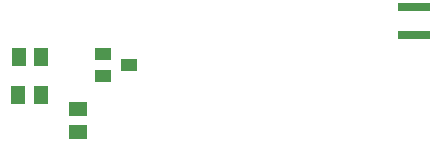
<source format=gbr>
G04 EAGLE Gerber RS-274X export*
G75*
%MOMM*%
%FSLAX34Y34*%
%LPD*%
%INSolderpaste Top*%
%IPPOS*%
%AMOC8*
5,1,8,0,0,1.08239X$1,22.5*%
G01*
%ADD10R,2.700000X0.700000*%
%ADD11R,1.400000X1.000000*%
%ADD12R,1.500000X1.300000*%
%ADD13R,1.300000X1.500000*%


D10*
X603000Y174400D03*
X603000Y150400D03*
D11*
X361672Y125476D03*
X339672Y115976D03*
X339672Y134976D03*
D12*
X318973Y87757D03*
X318973Y68757D03*
D13*
X268859Y132080D03*
X287859Y132080D03*
X287198Y100051D03*
X268198Y100051D03*
M02*

</source>
